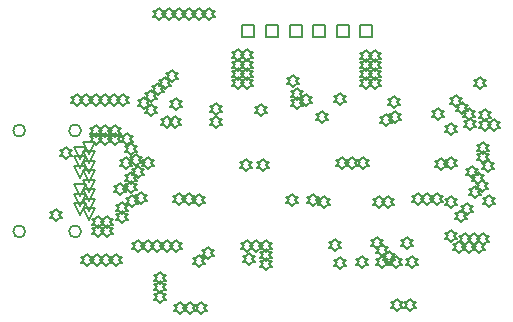
<source format=gbr>
%TF.GenerationSoftware,Altium Limited,Altium Designer,21.6.4 (81)*%
G04 Layer_Color=2752767*
%FSLAX26Y26*%
%MOIN*%
%TF.SameCoordinates,57458678-C278-4CFF-9AA2-19D65F52AC30*%
%TF.FilePolarity,Positive*%
%TF.FileFunction,Drawing*%
%TF.Part,Single*%
G01*
G75*
%TA.AperFunction,NonConductor*%
%ADD55C,0.005000*%
%ADD56C,0.006667*%
D55*
X1091220Y480000D02*
Y520000D01*
X1131220D01*
Y480000D01*
X1091220D01*
X1012480D02*
Y520000D01*
X1052480D01*
Y480000D01*
X1012480D01*
X933740D02*
Y520000D01*
X973740D01*
Y480000D01*
X933740D01*
X776260D02*
Y520000D01*
X816260D01*
Y480000D01*
X776260D01*
X697520D02*
Y520000D01*
X737520D01*
Y480000D01*
X697520D01*
X855000D02*
Y520000D01*
X895000D01*
Y480000D01*
X855000D01*
X157630Y-113803D02*
X137630Y-73803D01*
X177630D01*
X157630Y-113803D01*
Y75173D02*
X137630Y115173D01*
X177630D01*
X157630Y75173D01*
Y-82307D02*
X137630Y-42307D01*
X177630D01*
X157630Y-82307D01*
Y43677D02*
X137630Y83677D01*
X177630D01*
X157630Y43677D01*
Y-50811D02*
X137630Y-10811D01*
X177630D01*
X157630Y-50811D01*
Y12181D02*
X137630Y52181D01*
X177630D01*
X157630Y12181D01*
X185189Y-129551D02*
X165189Y-89551D01*
X205189D01*
X185189Y-129551D01*
Y90921D02*
X165189Y130921D01*
X205189D01*
X185189Y90921D01*
Y-98055D02*
X165189Y-58055D01*
X205189D01*
X185189Y-98055D01*
Y59425D02*
X165189Y99425D01*
X205189D01*
X185189Y59425D01*
Y-66559D02*
X165189Y-26559D01*
X205189D01*
X185189Y-66559D01*
Y27929D02*
X165189Y67929D01*
X205189D01*
X185189Y27929D01*
Y-35063D02*
X165189Y4937D01*
X205189D01*
X185189Y-35063D01*
Y-3567D02*
X165189Y36433D01*
X205189D01*
X185189Y-3567D01*
X1345472Y-80039D02*
X1355472Y-70039D01*
X1365472D01*
X1355472Y-60039D01*
X1365472Y-50039D01*
X1355472D01*
X1345472Y-40039D01*
X1335472Y-50039D01*
X1325472D01*
X1335472Y-60039D01*
X1325472Y-70039D01*
X1335472D01*
X1345472Y-80039D01*
X1313484D02*
X1323484Y-70039D01*
X1333484D01*
X1323484Y-60039D01*
X1333484Y-50039D01*
X1323484D01*
X1313484Y-40039D01*
X1303484Y-50039D01*
X1293484D01*
X1303484Y-60039D01*
X1293484Y-70039D01*
X1303484D01*
X1313484Y-80039D01*
X1281496D02*
X1291496Y-70039D01*
X1301496D01*
X1291496Y-60039D01*
X1301496Y-50039D01*
X1291496D01*
X1281496Y-40039D01*
X1271496Y-50039D01*
X1261496D01*
X1271496Y-60039D01*
X1261496Y-70039D01*
X1271496D01*
X1281496Y-80039D01*
X712598Y-234567D02*
X722598Y-224567D01*
X732598D01*
X722598Y-214567D01*
X732598Y-204567D01*
X722598D01*
X712598Y-194567D01*
X702598Y-204567D01*
X692598D01*
X702598Y-214567D01*
X692598Y-224567D01*
X702598D01*
X712598Y-234567D01*
X744095D02*
X754095Y-224567D01*
X764095D01*
X754095Y-214567D01*
X764095Y-204567D01*
X754095D01*
X744095Y-194567D01*
X734095Y-204567D01*
X724095D01*
X734095Y-214567D01*
X724095Y-224567D01*
X734095D01*
X744095Y-234567D01*
X774606Y-295591D02*
X784606Y-285591D01*
X794606D01*
X784606Y-275591D01*
X794606Y-265591D01*
X784606D01*
X774606Y-255591D01*
X764606Y-265591D01*
X754606D01*
X764606Y-275591D01*
X754606Y-285591D01*
X764606D01*
X774606Y-295591D01*
Y-266063D02*
X784606Y-256063D01*
X794606D01*
X784606Y-246063D01*
X794606Y-236063D01*
X784606D01*
X774606Y-226063D01*
X764606Y-236063D01*
X754606D01*
X764606Y-246063D01*
X754606Y-256063D01*
X764606D01*
X774606Y-266063D01*
X146654Y250669D02*
X156654Y260669D01*
X166654D01*
X156654Y270669D01*
X166654Y280669D01*
X156654D01*
X146654Y290669D01*
X136654Y280669D01*
X126653D01*
X136654Y270669D01*
X126653Y260669D01*
X136654D01*
X146654Y250669D01*
X300197D02*
X310197Y260669D01*
X320197D01*
X310197Y270669D01*
X320197Y280669D01*
X310197D01*
X300197Y290669D01*
X290197Y280669D01*
X280197D01*
X290197Y270669D01*
X280197Y260669D01*
X290197D01*
X300197Y250669D01*
X269488D02*
X279488Y260669D01*
X289488D01*
X279488Y270669D01*
X289488Y280669D01*
X279488D01*
X269488Y290669D01*
X259488Y280669D01*
X249488D01*
X259488Y270669D01*
X249488Y260669D01*
X259488D01*
X269488Y250669D01*
X238779D02*
X248779Y260669D01*
X258779D01*
X248779Y270669D01*
X258779Y280669D01*
X248779D01*
X238779Y290669D01*
X228779Y280669D01*
X218779D01*
X228779Y270669D01*
X218779Y260669D01*
X228779D01*
X238779Y250669D01*
X208071D02*
X218071Y260669D01*
X228071D01*
X218071Y270669D01*
X228071Y280669D01*
X218071D01*
X208071Y290669D01*
X198071Y280669D01*
X188071D01*
X198071Y270669D01*
X188071Y260669D01*
X198071D01*
X208071Y250669D01*
X177362D02*
X187362Y260669D01*
X197362D01*
X187362Y270669D01*
X197362Y280669D01*
X187362D01*
X177362Y290669D01*
X167362Y280669D01*
X157362D01*
X167362Y270669D01*
X157362Y260669D01*
X167362D01*
X177362Y250669D01*
X586614Y537087D02*
X596614Y547087D01*
X606614D01*
X596614Y557087D01*
X606614Y567087D01*
X596614D01*
X586614Y577087D01*
X576614Y567087D01*
X566614D01*
X576614Y557087D01*
X566614Y547087D01*
X576614D01*
X586614Y537087D01*
X553149D02*
X563149Y547087D01*
X573149D01*
X563149Y557087D01*
X573149Y567087D01*
X563149D01*
X553149Y577087D01*
X543149Y567087D01*
X533149D01*
X543149Y557087D01*
X533149Y547087D01*
X543149D01*
X553149Y537087D01*
X519685D02*
X529685Y547087D01*
X539685D01*
X529685Y557087D01*
X539685Y567087D01*
X529685D01*
X519685Y577087D01*
X509685Y567087D01*
X499685D01*
X509685Y557087D01*
X499685Y547087D01*
X509685D01*
X519685Y537087D01*
X486220D02*
X496220Y547087D01*
X506220D01*
X496220Y557087D01*
X506220Y567087D01*
X496220D01*
X486220Y577087D01*
X476220Y567087D01*
X466220D01*
X476220Y557087D01*
X466220Y547087D01*
X476220D01*
X486220Y537087D01*
X452756D02*
X462756Y547087D01*
X472756D01*
X462756Y557087D01*
X472756Y567087D01*
X462756D01*
X452756Y577087D01*
X442756Y567087D01*
X432756D01*
X442756Y557087D01*
X432756Y547087D01*
X442756D01*
X452756Y537087D01*
X419291D02*
X429291Y547087D01*
X439291D01*
X429291Y557087D01*
X439291Y567087D01*
X429291D01*
X419291Y577087D01*
X409291Y567087D01*
X399291D01*
X409291Y557087D01*
X399291Y547087D01*
X409291D01*
X419291Y537087D01*
X608268Y177835D02*
X618268Y187835D01*
X628268D01*
X618268Y197835D01*
X628268Y207835D01*
X618268D01*
X608268Y217835D01*
X598268Y207835D01*
X588268D01*
X598268Y197835D01*
X588268Y187835D01*
X598268D01*
X608268Y177835D01*
Y221142D02*
X618268Y231142D01*
X628268D01*
X618268Y241142D01*
X628268Y251142D01*
X618268D01*
X608268Y261142D01*
X598268Y251142D01*
X588268D01*
X598268Y241142D01*
X588268Y231142D01*
X598268D01*
X608268Y221142D01*
X1455709Y169961D02*
X1465709Y179961D01*
X1475709D01*
X1465709Y189961D01*
X1475709Y199961D01*
X1465709D01*
X1455709Y209961D01*
X1445709Y199961D01*
X1435709D01*
X1445709Y189961D01*
X1435709Y179961D01*
X1445709D01*
X1455709Y169961D01*
X1408465Y245748D02*
X1418465Y255748D01*
X1428465D01*
X1418465Y265748D01*
X1428465Y275748D01*
X1418465D01*
X1408465Y285748D01*
X1398465Y275748D01*
X1388465D01*
X1398465Y265748D01*
X1388465Y255748D01*
X1398465D01*
X1408465Y245748D01*
X1430118Y225079D02*
X1440118Y235079D01*
X1450118D01*
X1440118Y245079D01*
X1450118Y255079D01*
X1440118D01*
X1430118Y265079D01*
X1420118Y255079D01*
X1410118D01*
X1420118Y245079D01*
X1410118Y235079D01*
X1420118D01*
X1430118Y225079D01*
X1452756Y205394D02*
X1462756Y215394D01*
X1472756D01*
X1462756Y225394D01*
X1472756Y235394D01*
X1462756D01*
X1452756Y245394D01*
X1442756Y235394D01*
X1432756D01*
X1442756Y225394D01*
X1432756Y215394D01*
X1442756D01*
X1452756Y205394D01*
X1488189Y305787D02*
X1498189Y315787D01*
X1508189D01*
X1498189Y325787D01*
X1508189Y335787D01*
X1498189D01*
X1488189Y345787D01*
X1478189Y335787D01*
X1468189D01*
X1478189Y325787D01*
X1468189Y315787D01*
X1478189D01*
X1488189Y305787D01*
X1507874Y201457D02*
X1517874Y211457D01*
X1527874D01*
X1517874Y221457D01*
X1527874Y231457D01*
X1517874D01*
X1507874Y241457D01*
X1497874Y231457D01*
X1487874D01*
X1497874Y221457D01*
X1487874Y211457D01*
X1497874D01*
X1507874Y201457D01*
X1537402Y167008D02*
X1547402Y177008D01*
X1557402D01*
X1547402Y187008D01*
X1557402Y197008D01*
X1547402D01*
X1537402Y207008D01*
X1527402Y197008D01*
X1517402D01*
X1527402Y187008D01*
X1517402Y177008D01*
X1527402D01*
X1537402Y167008D01*
X1507874D02*
X1517874Y177008D01*
X1527874D01*
X1517874Y187008D01*
X1527874Y197008D01*
X1517874D01*
X1507874Y207008D01*
X1497874Y197008D01*
X1487874D01*
X1497874Y187008D01*
X1487874Y177008D01*
X1497874D01*
X1507874Y167008D01*
X1418307Y-240472D02*
X1428307Y-230472D01*
X1438307D01*
X1428307Y-220472D01*
X1438307Y-210472D01*
X1428307D01*
X1418307Y-200472D01*
X1408307Y-210472D01*
X1398307D01*
X1408307Y-220472D01*
X1398307Y-230472D01*
X1408307D01*
X1418307Y-240472D01*
X1451772D02*
X1461772Y-230472D01*
X1471772D01*
X1461772Y-220472D01*
X1471772Y-210472D01*
X1461772D01*
X1451772Y-200472D01*
X1441772Y-210472D01*
X1431772D01*
X1441772Y-220472D01*
X1431772Y-230472D01*
X1441772D01*
X1451772Y-240472D01*
X1485236D02*
X1495236Y-230472D01*
X1505236D01*
X1495236Y-220472D01*
X1505236Y-210472D01*
X1495236D01*
X1485236Y-200472D01*
X1475236Y-210472D01*
X1465236D01*
X1475236Y-220472D01*
X1465236Y-230472D01*
X1475236D01*
X1485236Y-240472D01*
X1500000Y-211929D02*
X1510000Y-201929D01*
X1520000D01*
X1510000Y-191929D01*
X1520000Y-181929D01*
X1510000D01*
X1500000Y-171929D01*
X1490000Y-181929D01*
X1480000D01*
X1490000Y-191929D01*
X1480000Y-201929D01*
X1490000D01*
X1500000Y-211929D01*
X1469980D02*
X1479980Y-201929D01*
X1489980D01*
X1479980Y-191929D01*
X1489980Y-181929D01*
X1479980D01*
X1469980Y-171929D01*
X1459980Y-181929D01*
X1449980D01*
X1459980Y-191929D01*
X1449980Y-201929D01*
X1459980D01*
X1469980Y-211929D01*
X1439961D02*
X1449961Y-201929D01*
X1459961D01*
X1449961Y-191929D01*
X1459961Y-181929D01*
X1449961D01*
X1439961Y-171929D01*
X1429961Y-181929D01*
X1419961D01*
X1429961Y-191929D01*
X1419961Y-201929D01*
X1429961D01*
X1439961Y-211929D01*
X208661Y119764D02*
X218661Y129764D01*
X228661D01*
X218661Y139764D01*
X228661Y149764D01*
X218661D01*
X208661Y159764D01*
X198661Y149764D01*
X188661D01*
X198661Y139764D01*
X188661Y129764D01*
X198661D01*
X208661Y119764D01*
X239173D02*
X249173Y129764D01*
X259173D01*
X249173Y139764D01*
X259173Y149764D01*
X249173D01*
X239173Y159764D01*
X229173Y149764D01*
X219173D01*
X229173Y139764D01*
X219173Y129764D01*
X229173D01*
X239173Y119764D01*
X271654D02*
X281654Y129764D01*
X291654D01*
X281654Y139764D01*
X291654Y149764D01*
X281654D01*
X271654Y159764D01*
X261654Y149764D01*
X251654D01*
X261654Y139764D01*
X251654Y129764D01*
X261654D01*
X271654Y119764D01*
Y148307D02*
X281654Y158307D01*
X291654D01*
X281654Y168307D01*
X291654Y178307D01*
X281654D01*
X271654Y188307D01*
X261654Y178307D01*
X251654D01*
X261654Y168307D01*
X251654Y158307D01*
X261654D01*
X271654Y148307D01*
X239173D02*
X249173Y158307D01*
X259173D01*
X249173Y168307D01*
X259173Y178307D01*
X249173D01*
X239173Y188307D01*
X229173Y178307D01*
X219173D01*
X229173Y168307D01*
X219173Y158307D01*
X229173D01*
X239173Y148307D01*
X208661D02*
X218661Y158307D01*
X228661D01*
X218661Y168307D01*
X228661Y178307D01*
X218661D01*
X208661Y188307D01*
X198661Y178307D01*
X188661D01*
X198661Y168307D01*
X188661Y158307D01*
X198661D01*
X208661Y148307D01*
X247047Y-185354D02*
X257047Y-175354D01*
X267047D01*
X257047Y-165354D01*
X267047Y-155354D01*
X257047D01*
X247047Y-145354D01*
X237047Y-155354D01*
X227047D01*
X237047Y-165354D01*
X227047Y-175354D01*
X237047D01*
X247047Y-185354D01*
X215551D02*
X225551Y-175354D01*
X235551D01*
X225551Y-165354D01*
X235551Y-155354D01*
X225551D01*
X215551Y-145354D01*
X205551Y-155354D01*
X195551D01*
X205551Y-165354D01*
X195551Y-175354D01*
X205551D01*
X215551Y-185354D01*
X246063Y-156811D02*
X256063Y-146811D01*
X266063D01*
X256063Y-136811D01*
X266063Y-126811D01*
X256063D01*
X246063Y-116811D01*
X236063Y-126811D01*
X226063D01*
X236063Y-136811D01*
X226063Y-146811D01*
X236063D01*
X246063Y-156811D01*
X215551D02*
X225551Y-146811D01*
X235551D01*
X225551Y-136811D01*
X235551Y-126811D01*
X225551D01*
X215551Y-116811D01*
X205551Y-126811D01*
X195551D01*
X205551Y-136811D01*
X195551Y-146811D01*
X205551D01*
X215551Y-156811D01*
X558071Y-441260D02*
X568071Y-431260D01*
X578071D01*
X568071Y-421260D01*
X578071Y-411260D01*
X568071D01*
X558071Y-401260D01*
X548071Y-411260D01*
X538071D01*
X548071Y-421260D01*
X538071Y-431260D01*
X548071D01*
X558071Y-441260D01*
X523130D02*
X533130Y-431260D01*
X543130D01*
X533130Y-421260D01*
X543130Y-411260D01*
X533130D01*
X523130Y-401260D01*
X513130Y-411260D01*
X503130D01*
X513130Y-421260D01*
X503130Y-431260D01*
X513130D01*
X523130Y-441260D01*
X488189D02*
X498189Y-431260D01*
X508189D01*
X498189Y-421260D01*
X508189Y-411260D01*
X498189D01*
X488189Y-401260D01*
X478189Y-411260D01*
X468189D01*
X478189Y-421260D01*
X468189Y-431260D01*
X478189D01*
X488189Y-441260D01*
X423228Y-405827D02*
X433228Y-395827D01*
X443228D01*
X433228Y-385827D01*
X443228Y-375827D01*
X433228D01*
X423228Y-365827D01*
X413228Y-375827D01*
X403228D01*
X413228Y-385827D01*
X403228Y-395827D01*
X413228D01*
X423228Y-405827D01*
Y-373839D02*
X433228Y-363839D01*
X443228D01*
X433228Y-353839D01*
X443228Y-343839D01*
X433228D01*
X423228Y-333839D01*
X413228Y-343839D01*
X403228D01*
X413228Y-353839D01*
X403228Y-363839D01*
X413228D01*
X423228Y-373839D01*
Y-341850D02*
X433228Y-331850D01*
X443228D01*
X433228Y-321850D01*
X443228Y-311850D01*
X433228D01*
X423228Y-301850D01*
X413228Y-311850D01*
X403228D01*
X413228Y-321850D01*
X403228Y-331850D01*
X413228D01*
X423228Y-341850D01*
X477362Y-234567D02*
X487362Y-224567D01*
X497362D01*
X487362Y-214567D01*
X497362Y-204567D01*
X487362D01*
X477362Y-194567D01*
X467362Y-204567D01*
X457362D01*
X467362Y-214567D01*
X457362Y-224567D01*
X467362D01*
X477362Y-234567D01*
X445374D02*
X455374Y-224567D01*
X465374D01*
X455374Y-214567D01*
X465374Y-204567D01*
X455374D01*
X445374Y-194567D01*
X435374Y-204567D01*
X425374D01*
X435374Y-214567D01*
X425374Y-224567D01*
X435374D01*
X445374Y-234567D01*
X413386D02*
X423386Y-224567D01*
X433386D01*
X423386Y-214567D01*
X433386Y-204567D01*
X423386D01*
X413386Y-194567D01*
X403386Y-204567D01*
X393386D01*
X403386Y-214567D01*
X393386Y-224567D01*
X403386D01*
X413386Y-234567D01*
X381398D02*
X391398Y-224567D01*
X401398D01*
X391398Y-214567D01*
X401398Y-204567D01*
X391398D01*
X381398Y-194567D01*
X371398Y-204567D01*
X361398D01*
X371398Y-214567D01*
X361398Y-224567D01*
X371398D01*
X381398Y-234567D01*
X349409D02*
X359409Y-224567D01*
X369409D01*
X359409Y-214567D01*
X369409Y-204567D01*
X359409D01*
X349409Y-194567D01*
X339409Y-204567D01*
X329409D01*
X339409Y-214567D01*
X329409Y-224567D01*
X339409D01*
X349409Y-234567D01*
X275590Y-282795D02*
X285590Y-272795D01*
X295590D01*
X285590Y-262795D01*
X295590Y-252795D01*
X285590D01*
X275590Y-242795D01*
X265590Y-252795D01*
X255590D01*
X265590Y-262795D01*
X255590Y-272795D01*
X265590D01*
X275590Y-282795D01*
X243766D02*
X253766Y-272795D01*
X263766D01*
X253766Y-262795D01*
X263766Y-252795D01*
X253766D01*
X243766Y-242795D01*
X233766Y-252795D01*
X223766D01*
X233766Y-262795D01*
X223766Y-272795D01*
X233766D01*
X243766Y-282795D01*
X211942D02*
X221942Y-272795D01*
X231942D01*
X221942Y-262795D01*
X231942Y-252795D01*
X221942D01*
X211942Y-242795D01*
X201942Y-252795D01*
X191942D01*
X201942Y-262795D01*
X191942Y-272795D01*
X201942D01*
X211942Y-282795D01*
X180118D02*
X190118Y-272795D01*
X200118D01*
X190118Y-262795D01*
X200118Y-252795D01*
X190118D01*
X180118Y-242795D01*
X170118Y-252795D01*
X160118D01*
X170118Y-262795D01*
X160118Y-272795D01*
X170118D01*
X180118Y-282795D01*
X1139764Y398307D02*
X1149764Y408307D01*
X1159764D01*
X1149764Y418307D01*
X1159764Y428307D01*
X1149764D01*
X1139764Y438307D01*
X1129764Y428307D01*
X1119764D01*
X1129764Y418307D01*
X1119764Y408307D01*
X1129764D01*
X1139764Y398307D01*
Y366811D02*
X1149764Y376811D01*
X1159764D01*
X1149764Y386811D01*
X1159764Y396811D01*
X1149764D01*
X1139764Y406811D01*
X1129764Y396811D01*
X1119764D01*
X1129764Y386811D01*
X1119764Y376811D01*
X1129764D01*
X1139764Y366811D01*
Y337284D02*
X1149764Y347284D01*
X1159764D01*
X1149764Y357284D01*
X1159764Y367284D01*
X1149764D01*
X1139764Y377284D01*
X1129764Y367284D01*
X1119764D01*
X1129764Y357284D01*
X1119764Y347284D01*
X1129764D01*
X1139764Y337284D01*
Y308740D02*
X1149764Y318740D01*
X1159764D01*
X1149764Y328740D01*
X1159764Y338740D01*
X1149764D01*
X1139764Y348740D01*
X1129764Y338740D01*
X1119764D01*
X1129764Y328740D01*
X1119764Y318740D01*
X1129764D01*
X1139764Y308740D01*
X1109252D02*
X1119252Y318740D01*
X1129252D01*
X1119252Y328740D01*
X1129252Y338740D01*
X1119252D01*
X1109252Y348740D01*
X1099252Y338740D01*
X1089252D01*
X1099252Y328740D01*
X1089252Y318740D01*
X1099252D01*
X1109252Y308740D01*
Y337284D02*
X1119252Y347284D01*
X1129252D01*
X1119252Y357284D01*
X1129252Y367284D01*
X1119252D01*
X1109252Y377284D01*
X1099252Y367284D01*
X1089252D01*
X1099252Y357284D01*
X1089252Y347284D01*
X1099252D01*
X1109252Y337284D01*
Y366811D02*
X1119252Y376811D01*
X1129252D01*
X1119252Y386811D01*
X1129252Y396811D01*
X1119252D01*
X1109252Y406811D01*
X1099252Y396811D01*
X1089252D01*
X1099252Y386811D01*
X1089252Y376811D01*
X1099252D01*
X1109252Y366811D01*
Y398307D02*
X1119252Y408307D01*
X1129252D01*
X1119252Y418307D01*
X1129252Y428307D01*
X1119252D01*
X1109252Y438307D01*
X1099252Y428307D01*
X1089252D01*
X1099252Y418307D01*
X1089252Y408307D01*
X1099252D01*
X1109252Y398307D01*
X682087Y400276D02*
X692087Y410276D01*
X702087D01*
X692087Y420276D01*
X702087Y430276D01*
X692087D01*
X682087Y440276D01*
X672087Y430276D01*
X662087D01*
X672087Y420276D01*
X662087Y410276D01*
X672087D01*
X682087Y400276D01*
Y367795D02*
X692087Y377795D01*
X702087D01*
X692087Y387795D01*
X702087Y397795D01*
X692087D01*
X682087Y407795D01*
X672087Y397795D01*
X662087D01*
X672087Y387795D01*
X662087Y377795D01*
X672087D01*
X682087Y367795D01*
Y337284D02*
X692087Y347284D01*
X702087D01*
X692087Y357284D01*
X702087Y367284D01*
X692087D01*
X682087Y377284D01*
X672087Y367284D01*
X662087D01*
X672087Y357284D01*
X662087Y347284D01*
X672087D01*
X682087Y337284D01*
Y308740D02*
X692087Y318740D01*
X702087D01*
X692087Y328740D01*
X702087Y338740D01*
X692087D01*
X682087Y348740D01*
X672087Y338740D01*
X662087D01*
X672087Y328740D01*
X662087Y318740D01*
X672087D01*
X682087Y308740D01*
X713583D02*
X723583Y318740D01*
X733583D01*
X723583Y328740D01*
X733583Y338740D01*
X723583D01*
X713583Y348740D01*
X703583Y338740D01*
X693583D01*
X703583Y328740D01*
X693583Y318740D01*
X703583D01*
X713583Y308740D01*
Y337284D02*
X723583Y347284D01*
X733583D01*
X723583Y357284D01*
X733583Y367284D01*
X723583D01*
X713583Y377284D01*
X703583Y367284D01*
X693583D01*
X703583Y357284D01*
X693583Y347284D01*
X703583D01*
X713583Y337284D01*
Y367795D02*
X723583Y377795D01*
X733583D01*
X723583Y387795D01*
X733583Y397795D01*
X723583D01*
X713583Y407795D01*
X703583Y397795D01*
X693583D01*
X703583Y387795D01*
X693583Y377795D01*
X703583D01*
X713583Y367795D01*
Y400276D02*
X723583Y410276D01*
X733583D01*
X723583Y420276D01*
X733583Y430276D01*
X723583D01*
X713583Y440276D01*
X703583Y430276D01*
X693583D01*
X703583Y420276D01*
X693583Y410276D01*
X703583D01*
X713583Y400276D01*
X462598Y330394D02*
X472598Y340394D01*
X482598D01*
X472598Y350394D01*
X482598Y360394D01*
X472598D01*
X462598Y370394D01*
X452598Y360394D01*
X442598D01*
X452598Y350394D01*
X442598Y340394D01*
X452598D01*
X462598Y330394D01*
X438976Y307756D02*
X448976Y317756D01*
X458976D01*
X448976Y327756D01*
X458976Y337756D01*
X448976D01*
X438976Y347756D01*
X428976Y337756D01*
X418976D01*
X428976Y327756D01*
X418976Y317756D01*
X428976D01*
X438976Y307756D01*
X417323Y286102D02*
X427323Y296102D01*
X437323D01*
X427323Y306102D01*
X437323Y316102D01*
X427323D01*
X417323Y326102D01*
X407323Y316102D01*
X397323D01*
X407323Y306102D01*
X397323Y296102D01*
X407323D01*
X417323Y286102D01*
X392716Y262480D02*
X402716Y272480D01*
X412716D01*
X402716Y282480D01*
X412716Y292480D01*
X402716D01*
X392716Y302480D01*
X382716Y292480D01*
X372716D01*
X382716Y282480D01*
X372716Y272480D01*
X382716D01*
X392716Y262480D01*
X391732Y217205D02*
X401732Y227205D01*
X411732D01*
X401732Y237205D01*
X411732Y247205D01*
X401732D01*
X391732Y257205D01*
X381732Y247205D01*
X371732D01*
X381732Y237205D01*
X371732Y227205D01*
X381732D01*
X391732Y217205D01*
X370079Y239843D02*
X380079Y249843D01*
X390079D01*
X380079Y259842D01*
X390079Y269842D01*
X380079D01*
X370079Y279842D01*
X360079Y269842D01*
X350079D01*
X360079Y259842D01*
X350079Y249843D01*
X360079D01*
X370079Y239843D01*
X1007874Y-232598D02*
X1017874Y-222598D01*
X1027874D01*
X1017874Y-212598D01*
X1027874Y-202598D01*
X1017874D01*
X1007874Y-192598D01*
X997874Y-202598D01*
X987874D01*
X997874Y-212598D01*
X987874Y-222598D01*
X997874D01*
X1007874Y-232598D01*
X1099409Y40039D02*
X1109409Y50039D01*
X1119409D01*
X1109409Y60039D01*
X1119409Y70039D01*
X1109409D01*
X1099409Y80039D01*
X1089409Y70039D01*
X1079409D01*
X1089409Y60039D01*
X1079409Y50039D01*
X1089409D01*
X1099409Y40039D01*
X1063976D02*
X1073976Y50039D01*
X1083976D01*
X1073976Y60039D01*
X1083976Y70039D01*
X1073976D01*
X1063976Y80039D01*
X1053976Y70039D01*
X1043976D01*
X1053976Y60039D01*
X1043976Y50039D01*
X1053976D01*
X1063976Y40039D01*
X1030512D02*
X1040512Y50039D01*
X1050512D01*
X1040512Y60039D01*
X1050512Y70039D01*
X1040512D01*
X1030512Y80039D01*
X1020512Y70039D01*
X1010512D01*
X1020512Y60039D01*
X1010512Y50039D01*
X1020512D01*
X1030512Y40039D01*
X1361220Y36102D02*
X1371220Y46102D01*
X1381220D01*
X1371220Y56102D01*
X1381220Y66102D01*
X1371220D01*
X1361220Y76102D01*
X1351220Y66102D01*
X1341220D01*
X1351220Y56102D01*
X1341220Y46102D01*
X1351220D01*
X1361220Y36102D01*
X1021654Y253622D02*
X1031653Y263622D01*
X1041653D01*
X1031653Y273622D01*
X1041653Y283622D01*
X1031653D01*
X1021654Y293622D01*
X1011654Y283622D01*
X1001654D01*
X1011654Y273622D01*
X1001654Y263622D01*
X1011654D01*
X1021654Y253622D01*
X552165Y-82008D02*
X562165Y-72008D01*
X572165D01*
X562165Y-62008D01*
X572165Y-52008D01*
X562165D01*
X552165Y-42008D01*
X542165Y-52008D01*
X532165D01*
X542165Y-62008D01*
X532165Y-72008D01*
X542165D01*
X552165Y-82008D01*
X520669Y-81024D02*
X530669Y-71024D01*
X540669D01*
X530669Y-61024D01*
X540669Y-51024D01*
X530669D01*
X520669Y-41024D01*
X510669Y-51024D01*
X500669D01*
X510669Y-61024D01*
X500669Y-71024D01*
X510669D01*
X520669Y-81024D01*
X487205D02*
X497205Y-71024D01*
X507205D01*
X497205Y-61024D01*
X507205Y-51024D01*
X497205D01*
X487205Y-41024D01*
X477205Y-51024D01*
X467205D01*
X477205Y-61024D01*
X467205Y-71024D01*
X477205D01*
X487205Y-81024D01*
X774606Y-234567D02*
X784606Y-224567D01*
X794606D01*
X784606Y-214567D01*
X794606Y-204567D01*
X784606D01*
X774606Y-194567D01*
X764606Y-204567D01*
X754606D01*
X764606Y-214567D01*
X754606Y-224567D01*
X764606D01*
X774606Y-234567D01*
X864173Y-82008D02*
X874173Y-72008D01*
X884173D01*
X874173Y-62008D01*
X884173Y-52008D01*
X874173D01*
X864173Y-42008D01*
X854173Y-52008D01*
X844173D01*
X854173Y-62008D01*
X844173Y-72008D01*
X854173D01*
X864173Y-82008D01*
X910433Y249685D02*
X920433Y259685D01*
X930433D01*
X920433Y269685D01*
X930433Y279685D01*
X920433D01*
X910433Y289685D01*
X900433Y279685D01*
X890433D01*
X900433Y269685D01*
X890433Y259685D01*
X900433D01*
X910433Y249685D01*
X878937Y240827D02*
X888937Y250827D01*
X898937D01*
X888937Y260827D01*
X898937Y270827D01*
X888937D01*
X878937Y280827D01*
X868937Y270827D01*
X858937D01*
X868937Y260827D01*
X858937Y250827D01*
X868937D01*
X878937Y240827D01*
Y271339D02*
X888937Y281339D01*
X898937D01*
X888937Y291339D01*
X898937Y301339D01*
X888937D01*
X878937Y311339D01*
X868937Y301339D01*
X858937D01*
X868937Y291339D01*
X858937Y281339D01*
X868937D01*
X878937Y271339D01*
X866142Y312677D02*
X876142Y322677D01*
X886142D01*
X876142Y332677D01*
X886142Y342677D01*
X876142D01*
X866142Y352677D01*
X856142Y342677D01*
X846142D01*
X856142Y332677D01*
X846142Y322677D01*
X856142D01*
X866142Y312677D01*
X329724Y-86929D02*
X339724Y-76929D01*
X349724D01*
X339724Y-66929D01*
X349724Y-56929D01*
X339724D01*
X329724Y-46929D01*
X319724Y-56929D01*
X309724D01*
X319724Y-66929D01*
X309724Y-76929D01*
X319724D01*
X329724Y-86929D01*
X361221Y-77087D02*
X371221Y-67087D01*
X381221D01*
X371221Y-57087D01*
X381221Y-47087D01*
X371221D01*
X361221Y-37087D01*
X351221Y-47087D01*
X341221D01*
X351221Y-57087D01*
X341221Y-67087D01*
X351221D01*
X361221Y-77087D01*
X383858Y39055D02*
X393858Y49055D01*
X403858D01*
X393858Y59055D01*
X403858Y69055D01*
X393858D01*
X383858Y79055D01*
X373858Y69055D01*
X363858D01*
X373858Y59055D01*
X363858Y49055D01*
X373858D01*
X383858Y39055D01*
X309055D02*
X319055Y49055D01*
X329055D01*
X319055Y59055D01*
X329055Y69055D01*
X319055D01*
X309055Y79055D01*
X299055Y69055D01*
X289055D01*
X299055Y59055D01*
X289055Y49055D01*
X299055D01*
X309055Y39055D01*
X344488Y50866D02*
X354488Y60866D01*
X364488D01*
X354488Y70866D01*
X364488Y80866D01*
X354488D01*
X344488Y90866D01*
X334488Y80866D01*
X324488D01*
X334488Y70866D01*
X324488Y60866D01*
X334488D01*
X344488Y50866D01*
X1204724Y194341D02*
X1214724Y204341D01*
X1224724D01*
X1214724Y214341D01*
X1224724Y224341D01*
X1214724D01*
X1204724Y234341D01*
X1194724Y224341D01*
X1184724D01*
X1194724Y214341D01*
X1184724Y204341D01*
X1194724D01*
X1204724Y194341D01*
X1177165Y183740D02*
X1187165Y193740D01*
X1197165D01*
X1187165Y203740D01*
X1197165Y213740D01*
X1187165D01*
X1177165Y223740D01*
X1167165Y213740D01*
X1157165D01*
X1167165Y203740D01*
X1157165Y193740D01*
X1167165D01*
X1177165Y183740D01*
X1202756Y243780D02*
X1212756Y253780D01*
X1222756D01*
X1212756Y263779D01*
X1222756Y273779D01*
X1212756D01*
X1202756Y283779D01*
X1192756Y273779D01*
X1182756D01*
X1192756Y263779D01*
X1182756Y253780D01*
X1192756D01*
X1202756Y243780D01*
X1350350Y203382D02*
X1360350Y213382D01*
X1370350D01*
X1360350Y223382D01*
X1370350Y233382D01*
X1360350D01*
X1350350Y243382D01*
X1340350Y233382D01*
X1330350D01*
X1340350Y223382D01*
X1330350Y213382D01*
X1340350D01*
X1350350Y203382D01*
X1246063Y-225709D02*
X1256063Y-215709D01*
X1266063D01*
X1256063Y-205709D01*
X1266063Y-195709D01*
X1256063D01*
X1246063Y-185709D01*
X1236063Y-195709D01*
X1226063D01*
X1236063Y-205709D01*
X1226063Y-215709D01*
X1236063D01*
X1246063Y-225709D01*
X1163643Y-248346D02*
X1173643Y-238346D01*
X1183643D01*
X1173643Y-228346D01*
X1183643Y-218346D01*
X1173643D01*
X1163643Y-208346D01*
X1153643Y-218346D01*
X1143643D01*
X1153643Y-228346D01*
X1143643Y-238346D01*
X1153643D01*
X1163643Y-248346D01*
X1144685Y-225709D02*
X1154685Y-215709D01*
X1164685D01*
X1154685Y-205709D01*
X1164685Y-195709D01*
X1154685D01*
X1144685Y-185709D01*
X1134685Y-195709D01*
X1124685D01*
X1134685Y-205709D01*
X1124685Y-215709D01*
X1134685D01*
X1144685Y-225709D01*
X1186516Y-272644D02*
X1196516Y-262644D01*
X1206516D01*
X1196516Y-252644D01*
X1206516Y-242644D01*
X1196516D01*
X1186516Y-232644D01*
X1176516Y-242644D01*
X1166516D01*
X1176516Y-252644D01*
X1166516Y-262644D01*
X1176516D01*
X1186516Y-272644D01*
X1181995Y-90087D02*
X1191995Y-80087D01*
X1201995D01*
X1191995Y-70087D01*
X1201995Y-60087D01*
X1191995D01*
X1181995Y-50087D01*
X1171995Y-60087D01*
X1161995D01*
X1171995Y-70087D01*
X1161995Y-80087D01*
X1171995D01*
X1181995Y-90087D01*
X934037Y-82601D02*
X944037Y-72601D01*
X954037D01*
X944037Y-62601D01*
X954037Y-52601D01*
X944037D01*
X934037Y-42601D01*
X924037Y-52601D01*
X914037D01*
X924037Y-62601D01*
X914037Y-72601D01*
X924037D01*
X934037Y-82601D01*
X1516732Y31275D02*
X1526732Y41275D01*
X1536732D01*
X1526732Y51275D01*
X1536732Y61275D01*
X1526732D01*
X1516732Y71275D01*
X1506732Y61275D01*
X1496732D01*
X1506732Y51275D01*
X1496732Y41275D01*
X1506732D01*
X1516732Y31275D01*
X1461983Y10143D02*
X1471983Y20143D01*
X1481983D01*
X1471983Y30143D01*
X1481983Y40143D01*
X1471983D01*
X1461983Y50143D01*
X1451983Y40143D01*
X1441983D01*
X1451983Y30143D01*
X1441983Y20143D01*
X1451983D01*
X1461983Y10143D01*
X1519685Y-86929D02*
X1529685Y-76929D01*
X1539685D01*
X1529685Y-66929D01*
X1539685Y-56929D01*
X1529685D01*
X1519685Y-46929D01*
X1509685Y-56929D01*
X1499685D01*
X1509685Y-66929D01*
X1499685Y-76929D01*
X1509685D01*
X1519685Y-86929D01*
X1471457Y-55946D02*
X1481457Y-45946D01*
X1491457D01*
X1481457Y-35946D01*
X1491457Y-25946D01*
X1481457D01*
X1471457Y-15946D01*
X1461457Y-25946D01*
X1451457D01*
X1461457Y-35946D01*
X1451457Y-45946D01*
X1461457D01*
X1471457Y-55946D01*
X1445809Y-112520D02*
X1455809Y-102520D01*
X1465809D01*
X1455809Y-92520D01*
X1465809Y-82520D01*
X1455809D01*
X1445809Y-72520D01*
X1435809Y-82520D01*
X1425809D01*
X1435809Y-92520D01*
X1425809Y-102520D01*
X1435809D01*
X1445809Y-112520D01*
X1427568Y-135739D02*
X1437568Y-125739D01*
X1447568D01*
X1437568Y-115739D01*
X1447568Y-105739D01*
X1437568D01*
X1427568Y-95739D01*
X1417568Y-105739D01*
X1407568D01*
X1417568Y-115739D01*
X1407568Y-125739D01*
X1417568D01*
X1427568Y-135739D01*
X313594Y121747D02*
X323594Y131747D01*
X333594D01*
X323594Y141747D01*
X333594Y151747D01*
X323594D01*
X313594Y161747D01*
X303594Y151747D01*
X293594D01*
X303594Y141747D01*
X293594Y131747D01*
X303594D01*
X313594Y121747D01*
X326772Y86299D02*
X336772Y96299D01*
X346772D01*
X336772Y106299D01*
X346772Y116299D01*
X336772D01*
X326772Y126299D01*
X316772Y116299D01*
X306772D01*
X316772Y106299D01*
X306772Y96299D01*
X316772D01*
X326772Y86299D01*
X350394Y11496D02*
X360394Y21496D01*
X370394D01*
X360394Y31496D01*
X370394Y41496D01*
X360394D01*
X350394Y51496D01*
X340394Y41496D01*
X330394D01*
X340394Y31496D01*
X330394Y21496D01*
X340394D01*
X350394Y11496D01*
X326772Y-39685D02*
X336772Y-29685D01*
X346772D01*
X336772Y-19685D01*
X346772Y-9685D01*
X336772D01*
X326772Y315D01*
X316772Y-9685D01*
X306772D01*
X316772Y-19685D01*
X306772Y-29685D01*
X316772D01*
X326772Y-39685D01*
X324869Y-10156D02*
X334869Y-156D01*
X344869D01*
X334869Y9844D01*
X344869Y19844D01*
X334869D01*
X324869Y29844D01*
X314869Y19844D01*
X304869D01*
X314869Y9844D01*
X304869Y-156D01*
X314869D01*
X324869Y-10156D01*
X1152469Y-89791D02*
X1162469Y-79791D01*
X1172469D01*
X1162469Y-69791D01*
X1172469Y-59791D01*
X1162469D01*
X1152469Y-49791D01*
X1142469Y-59791D01*
X1132469D01*
X1142469Y-69791D01*
X1132469Y-79791D01*
X1142469D01*
X1152469Y-89791D01*
X969578D02*
X979578Y-79791D01*
X989578D01*
X979578Y-69791D01*
X989578Y-59791D01*
X979578D01*
X969578Y-49791D01*
X959578Y-59791D01*
X949578D01*
X959578Y-69791D01*
X949578Y-79791D01*
X959578D01*
X969578Y-89791D01*
X708661Y35249D02*
X718661Y45249D01*
X728661D01*
X718661Y55249D01*
X728661Y65249D01*
X718661D01*
X708661Y75249D01*
X698661Y65249D01*
X688661D01*
X698661Y55249D01*
X688661Y45249D01*
X698661D01*
X708661Y35249D01*
X767128D02*
X777128Y45249D01*
X787128D01*
X777128Y55249D01*
X787128Y65249D01*
X777128D01*
X767128Y75249D01*
X757128Y65249D01*
X747128D01*
X757128Y55249D01*
X747128Y45249D01*
X757128D01*
X767128Y35249D01*
X476378Y236890D02*
X486378Y246890D01*
X496378D01*
X486378Y256890D01*
X496378Y266890D01*
X486378D01*
X476378Y276890D01*
X466378Y266890D01*
X456378D01*
X466378Y256890D01*
X456378Y246890D01*
X466378D01*
X476378Y236890D01*
X474409Y177835D02*
X484409Y187835D01*
X494409D01*
X484409Y197835D01*
X494409Y207835D01*
X484409D01*
X474409Y217835D01*
X464409Y207835D01*
X454409D01*
X464409Y197835D01*
X454409Y187835D01*
X464409D01*
X474409Y177835D01*
X444882D02*
X454882Y187835D01*
X464882D01*
X454882Y197835D01*
X464882Y207835D01*
X454882D01*
X444882Y217835D01*
X434882Y207835D01*
X424882D01*
X434882Y197835D01*
X424882Y187835D01*
X434882D01*
X444882Y177835D01*
X759842Y216220D02*
X769842Y226220D01*
X779842D01*
X769842Y236220D01*
X779842Y246220D01*
X769842D01*
X759842Y256221D01*
X749842Y246220D01*
X739842D01*
X749842Y236220D01*
X739842Y226220D01*
X749842D01*
X759842Y216220D01*
X1210630Y-289685D02*
X1220630Y-279685D01*
X1230630D01*
X1220630Y-269685D01*
X1230630Y-259685D01*
X1220630D01*
X1210630Y-249685D01*
X1200630Y-259685D01*
X1190630D01*
X1200630Y-269685D01*
X1190630Y-279685D01*
X1200630D01*
X1210630Y-289685D01*
X1023622Y-291654D02*
X1033622Y-281654D01*
X1043622D01*
X1033622Y-271654D01*
X1043622Y-261654D01*
X1033622D01*
X1023622Y-251654D01*
X1013622Y-261654D01*
X1003622D01*
X1013622Y-271654D01*
X1003622Y-281654D01*
X1013622D01*
X1023622Y-291654D01*
X581693Y-259173D02*
X591693Y-249173D01*
X601693D01*
X591693Y-239173D01*
X601693Y-229173D01*
X591693D01*
X581693Y-219173D01*
X571693Y-229173D01*
X561693D01*
X571693Y-239173D01*
X561693Y-249173D01*
X571693D01*
X581693Y-259173D01*
X718504Y-280827D02*
X728504Y-270827D01*
X738504D01*
X728504Y-260827D01*
X738504Y-250827D01*
X728504D01*
X718504Y-240827D01*
X708504Y-250827D01*
X698504D01*
X708504Y-260827D01*
X698504Y-270827D01*
X708504D01*
X718504Y-280827D01*
X1162402Y-289685D02*
X1172402Y-279685D01*
X1182402D01*
X1172402Y-269685D01*
X1182402Y-259685D01*
X1172402D01*
X1162402Y-249685D01*
X1152402Y-259685D01*
X1142402D01*
X1152402Y-269685D01*
X1142402Y-279685D01*
X1152402D01*
X1162402Y-289685D01*
X1097441Y-290669D02*
X1107441Y-280669D01*
X1117441D01*
X1107441Y-270669D01*
X1117441Y-260669D01*
X1107441D01*
X1097441Y-250669D01*
X1087441Y-260669D01*
X1077441D01*
X1087441Y-270669D01*
X1077441Y-280669D01*
X1087441D01*
X1097441Y-290669D01*
X552165Y-284764D02*
X562165Y-274764D01*
X572165D01*
X562165Y-264764D01*
X572165Y-254764D01*
X562165D01*
X552165Y-244764D01*
X542165Y-254764D01*
X532165D01*
X542165Y-264764D01*
X532165Y-274764D01*
X542165D01*
X552165Y-284764D01*
X1261811Y-288701D02*
X1271811Y-278701D01*
X1281811D01*
X1271811Y-268701D01*
X1281811Y-258701D01*
X1271811D01*
X1261811Y-248701D01*
X1251811Y-258701D01*
X1241811D01*
X1251811Y-268701D01*
X1241811Y-278701D01*
X1251811D01*
X1261811Y-288701D01*
X1212598Y-431417D02*
X1222598Y-421417D01*
X1232598D01*
X1222598Y-411417D01*
X1232598Y-401417D01*
X1222598D01*
X1212598Y-391417D01*
X1202598Y-401417D01*
X1192598D01*
X1202598Y-411417D01*
X1192598Y-421417D01*
X1202598D01*
X1212598Y-431417D01*
X1257874D02*
X1267874Y-421417D01*
X1277874D01*
X1267874Y-411417D01*
X1277874Y-401417D01*
X1267874D01*
X1257874Y-391417D01*
X1247874Y-401417D01*
X1237874D01*
X1247874Y-411417D01*
X1237874Y-421417D01*
X1247874D01*
X1257874Y-431417D01*
X1392716Y40039D02*
X1402716Y50039D01*
X1412716D01*
X1402716Y60039D01*
X1412716Y70039D01*
X1402716D01*
X1392716Y80039D01*
X1382716Y70039D01*
X1372716D01*
X1382716Y60039D01*
X1372716Y50039D01*
X1382716D01*
X1392716Y40039D01*
X1497680Y-35956D02*
X1507680Y-25956D01*
X1517680D01*
X1507680Y-15956D01*
X1517680Y-5956D01*
X1507680D01*
X1497680Y4044D01*
X1487680Y-5956D01*
X1477680D01*
X1487680Y-15956D01*
X1477680Y-25956D01*
X1487680D01*
X1497680Y-35956D01*
X1483549Y-10026D02*
X1493549Y-26D01*
X1503549D01*
X1493549Y9974D01*
X1503549Y19974D01*
X1493549D01*
X1483549Y29974D01*
X1473549Y19974D01*
X1463549D01*
X1473549Y9974D01*
X1463549Y-26D01*
X1473549D01*
X1483549Y-10026D01*
X1500238Y60329D02*
X1510238Y70329D01*
X1520238D01*
X1510238Y80329D01*
X1520238Y90329D01*
X1510238D01*
X1500238Y100329D01*
X1490238Y90329D01*
X1480238D01*
X1490238Y80329D01*
X1480238Y70329D01*
X1490238D01*
X1500238Y60329D01*
X1499407Y89845D02*
X1509407Y99845D01*
X1519407D01*
X1509407Y109845D01*
X1519407Y119845D01*
X1509407D01*
X1499407Y129845D01*
X1489407Y119845D01*
X1479407D01*
X1489407Y109845D01*
X1479407Y99845D01*
X1489407D01*
X1499407Y89845D01*
X289370Y-47559D02*
X299370Y-37559D01*
X309370D01*
X299370Y-27559D01*
X309370Y-17559D01*
X299370D01*
X289370Y-7559D01*
X279370Y-17559D01*
X269370D01*
X279370Y-27559D01*
X269370Y-37559D01*
X279370D01*
X289370Y-47559D01*
X1391732Y-89882D02*
X1401732Y-79882D01*
X1411732D01*
X1401732Y-69882D01*
X1411732Y-59882D01*
X1401732D01*
X1391732Y-49882D01*
X1381732Y-59882D01*
X1371732D01*
X1381732Y-69882D01*
X1371732Y-79882D01*
X1381732D01*
X1391732Y-89882D01*
X295276Y-139094D02*
X305276Y-129094D01*
X315276D01*
X305276Y-119094D01*
X315276Y-109094D01*
X305276D01*
X295276Y-99094D01*
X285276Y-109094D01*
X275276D01*
X285276Y-119094D01*
X275276Y-129094D01*
X285276D01*
X295276Y-139094D01*
Y-109567D02*
X305276Y-99567D01*
X315276D01*
X305276Y-89567D01*
X315276Y-79567D01*
X305276D01*
X295276Y-69567D01*
X285276Y-79567D01*
X275276D01*
X285276Y-89567D01*
X275276Y-99567D01*
X285276D01*
X295276Y-109567D01*
X1391732Y155197D02*
X1401732Y165197D01*
X1411732D01*
X1401732Y175197D01*
X1411732Y185197D01*
X1401732D01*
X1391732Y195197D01*
X1381732Y185197D01*
X1371732D01*
X1381732Y175197D01*
X1371732Y165197D01*
X1381732D01*
X1391732Y155197D01*
Y-204055D02*
X1401732Y-194055D01*
X1411732D01*
X1401732Y-184055D01*
X1411732Y-174055D01*
X1401732D01*
X1391732Y-164055D01*
X1381732Y-174055D01*
X1371732D01*
X1381732Y-184055D01*
X1371732Y-194055D01*
X1381732D01*
X1391732Y-204055D01*
X74953Y-132634D02*
X84953Y-122634D01*
X94953D01*
X84953Y-112634D01*
X94953Y-102634D01*
X84953D01*
X74953Y-92634D01*
X64953Y-102634D01*
X54953D01*
X64953Y-112634D01*
X54953Y-122634D01*
X64953D01*
X74953Y-132634D01*
X109252Y72520D02*
X119252Y82520D01*
X129252D01*
X119252Y92520D01*
X129252Y102520D01*
X119252D01*
X109252Y112520D01*
X99252Y102520D01*
X89252D01*
X99252Y92520D01*
X89252Y82520D01*
X99252D01*
X109252Y72520D01*
X963583Y192598D02*
X973583Y202598D01*
X983583D01*
X973583Y212598D01*
X983583Y222598D01*
X973583D01*
X963583Y232598D01*
X953583Y222598D01*
X943583D01*
X953583Y212598D01*
X943583Y202598D01*
X953583D01*
X963583Y192598D01*
D56*
X-26307Y168795D02*
G03*
X-26307Y168795I-20000J0D01*
G01*
Y-167425D02*
G03*
X-26307Y-167425I-20000J0D01*
G01*
X159913Y168795D02*
G03*
X159913Y168795I-20000J0D01*
G01*
Y-167425D02*
G03*
X159913Y-167425I-20000J0D01*
G01*
%TF.MD5,d9ce8408533185de4bebcf07c415887f*%
M02*

</source>
